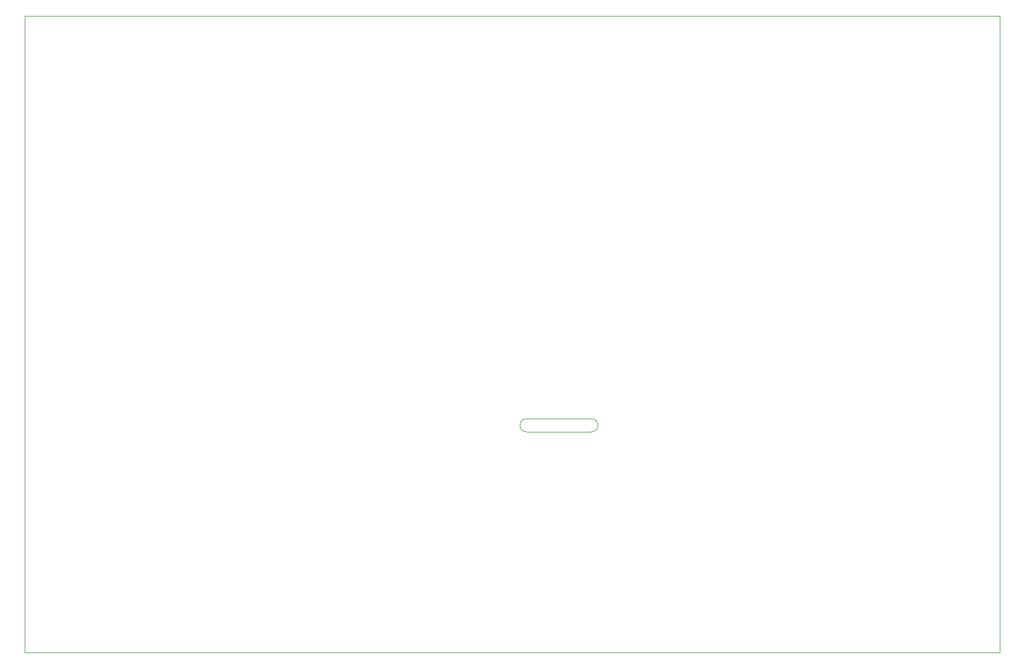
<source format=gbr>
%TF.GenerationSoftware,KiCad,Pcbnew,9.0.7*%
%TF.CreationDate,2026-02-04T14:48:23+09:00*%
%TF.ProjectId,POWER_BD_NV2,504f5745-525f-4424-945f-4e56322e6b69,rev?*%
%TF.SameCoordinates,Original*%
%TF.FileFunction,Profile,NP*%
%FSLAX46Y46*%
G04 Gerber Fmt 4.6, Leading zero omitted, Abs format (unit mm)*
G04 Created by KiCad (PCBNEW 9.0.7) date 2026-02-04 14:48:23*
%MOMM*%
%LPD*%
G01*
G04 APERTURE LIST*
%TA.AperFunction,Profile*%
%ADD10C,0.050000*%
%TD*%
%TA.AperFunction,Profile*%
%ADD11C,0.100000*%
%TD*%
G04 APERTURE END LIST*
D10*
X77200000Y34000000D02*
X87200000Y34000000D01*
X87200000Y36000000D02*
X77200000Y36000000D01*
X77200000Y34000000D02*
G75*
G02*
X77200000Y36000000I0J1000000D01*
G01*
D11*
X0Y98000000D02*
X150000000Y98000000D01*
X150000000Y0D01*
X0Y0D01*
X0Y98000000D01*
D10*
X87200000Y36000000D02*
G75*
G02*
X87200000Y34000000I0J-1000000D01*
G01*
M02*

</source>
